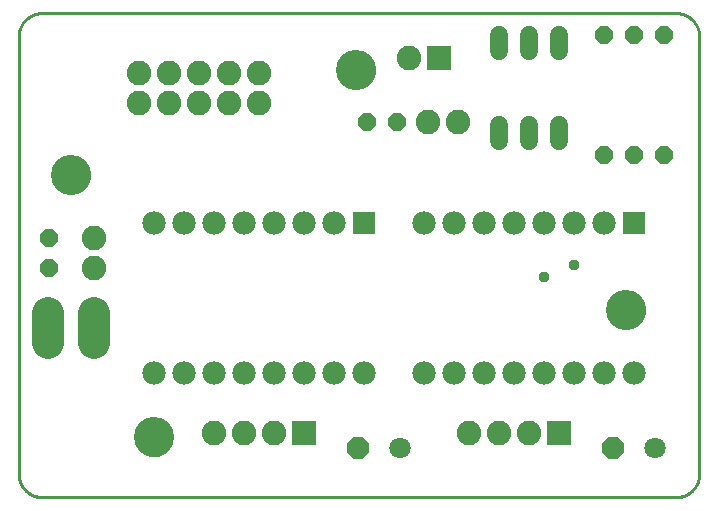
<source format=gbs>
G75*
%MOIN*%
%OFA0B0*%
%FSLAX25Y25*%
%IPPOS*%
%LPD*%
%AMOC8*
5,1,8,0,0,1.08239X$1,22.5*
%
%ADD10C,0.00000*%
%ADD11C,0.13398*%
%ADD12C,0.01000*%
%ADD13C,0.08200*%
%ADD14R,0.08200X0.08200*%
%ADD15C,0.10800*%
%ADD16OC8,0.06000*%
%ADD17R,0.07800X0.07800*%
%ADD18C,0.07800*%
%ADD19OC8,0.07100*%
%ADD20C,0.07100*%
%ADD21C,0.06000*%
%ADD22C,0.03778*%
D10*
X0043001Y0026800D02*
X0043003Y0026958D01*
X0043009Y0027116D01*
X0043019Y0027274D01*
X0043033Y0027432D01*
X0043051Y0027589D01*
X0043072Y0027746D01*
X0043098Y0027902D01*
X0043128Y0028058D01*
X0043161Y0028213D01*
X0043199Y0028366D01*
X0043240Y0028519D01*
X0043285Y0028671D01*
X0043334Y0028822D01*
X0043387Y0028971D01*
X0043443Y0029119D01*
X0043503Y0029265D01*
X0043567Y0029410D01*
X0043635Y0029553D01*
X0043706Y0029695D01*
X0043780Y0029835D01*
X0043858Y0029972D01*
X0043940Y0030108D01*
X0044024Y0030242D01*
X0044113Y0030373D01*
X0044204Y0030502D01*
X0044299Y0030629D01*
X0044396Y0030754D01*
X0044497Y0030876D01*
X0044601Y0030995D01*
X0044708Y0031112D01*
X0044818Y0031226D01*
X0044931Y0031337D01*
X0045046Y0031446D01*
X0045164Y0031551D01*
X0045285Y0031653D01*
X0045408Y0031753D01*
X0045534Y0031849D01*
X0045662Y0031942D01*
X0045792Y0032032D01*
X0045925Y0032118D01*
X0046060Y0032202D01*
X0046196Y0032281D01*
X0046335Y0032358D01*
X0046476Y0032430D01*
X0046618Y0032500D01*
X0046762Y0032565D01*
X0046908Y0032627D01*
X0047055Y0032685D01*
X0047204Y0032740D01*
X0047354Y0032791D01*
X0047505Y0032838D01*
X0047657Y0032881D01*
X0047810Y0032920D01*
X0047965Y0032956D01*
X0048120Y0032987D01*
X0048276Y0033015D01*
X0048432Y0033039D01*
X0048589Y0033059D01*
X0048747Y0033075D01*
X0048904Y0033087D01*
X0049063Y0033095D01*
X0049221Y0033099D01*
X0049379Y0033099D01*
X0049537Y0033095D01*
X0049696Y0033087D01*
X0049853Y0033075D01*
X0050011Y0033059D01*
X0050168Y0033039D01*
X0050324Y0033015D01*
X0050480Y0032987D01*
X0050635Y0032956D01*
X0050790Y0032920D01*
X0050943Y0032881D01*
X0051095Y0032838D01*
X0051246Y0032791D01*
X0051396Y0032740D01*
X0051545Y0032685D01*
X0051692Y0032627D01*
X0051838Y0032565D01*
X0051982Y0032500D01*
X0052124Y0032430D01*
X0052265Y0032358D01*
X0052404Y0032281D01*
X0052540Y0032202D01*
X0052675Y0032118D01*
X0052808Y0032032D01*
X0052938Y0031942D01*
X0053066Y0031849D01*
X0053192Y0031753D01*
X0053315Y0031653D01*
X0053436Y0031551D01*
X0053554Y0031446D01*
X0053669Y0031337D01*
X0053782Y0031226D01*
X0053892Y0031112D01*
X0053999Y0030995D01*
X0054103Y0030876D01*
X0054204Y0030754D01*
X0054301Y0030629D01*
X0054396Y0030502D01*
X0054487Y0030373D01*
X0054576Y0030242D01*
X0054660Y0030108D01*
X0054742Y0029972D01*
X0054820Y0029835D01*
X0054894Y0029695D01*
X0054965Y0029553D01*
X0055033Y0029410D01*
X0055097Y0029265D01*
X0055157Y0029119D01*
X0055213Y0028971D01*
X0055266Y0028822D01*
X0055315Y0028671D01*
X0055360Y0028519D01*
X0055401Y0028366D01*
X0055439Y0028213D01*
X0055472Y0028058D01*
X0055502Y0027902D01*
X0055528Y0027746D01*
X0055549Y0027589D01*
X0055567Y0027432D01*
X0055581Y0027274D01*
X0055591Y0027116D01*
X0055597Y0026958D01*
X0055599Y0026800D01*
X0055597Y0026642D01*
X0055591Y0026484D01*
X0055581Y0026326D01*
X0055567Y0026168D01*
X0055549Y0026011D01*
X0055528Y0025854D01*
X0055502Y0025698D01*
X0055472Y0025542D01*
X0055439Y0025387D01*
X0055401Y0025234D01*
X0055360Y0025081D01*
X0055315Y0024929D01*
X0055266Y0024778D01*
X0055213Y0024629D01*
X0055157Y0024481D01*
X0055097Y0024335D01*
X0055033Y0024190D01*
X0054965Y0024047D01*
X0054894Y0023905D01*
X0054820Y0023765D01*
X0054742Y0023628D01*
X0054660Y0023492D01*
X0054576Y0023358D01*
X0054487Y0023227D01*
X0054396Y0023098D01*
X0054301Y0022971D01*
X0054204Y0022846D01*
X0054103Y0022724D01*
X0053999Y0022605D01*
X0053892Y0022488D01*
X0053782Y0022374D01*
X0053669Y0022263D01*
X0053554Y0022154D01*
X0053436Y0022049D01*
X0053315Y0021947D01*
X0053192Y0021847D01*
X0053066Y0021751D01*
X0052938Y0021658D01*
X0052808Y0021568D01*
X0052675Y0021482D01*
X0052540Y0021398D01*
X0052404Y0021319D01*
X0052265Y0021242D01*
X0052124Y0021170D01*
X0051982Y0021100D01*
X0051838Y0021035D01*
X0051692Y0020973D01*
X0051545Y0020915D01*
X0051396Y0020860D01*
X0051246Y0020809D01*
X0051095Y0020762D01*
X0050943Y0020719D01*
X0050790Y0020680D01*
X0050635Y0020644D01*
X0050480Y0020613D01*
X0050324Y0020585D01*
X0050168Y0020561D01*
X0050011Y0020541D01*
X0049853Y0020525D01*
X0049696Y0020513D01*
X0049537Y0020505D01*
X0049379Y0020501D01*
X0049221Y0020501D01*
X0049063Y0020505D01*
X0048904Y0020513D01*
X0048747Y0020525D01*
X0048589Y0020541D01*
X0048432Y0020561D01*
X0048276Y0020585D01*
X0048120Y0020613D01*
X0047965Y0020644D01*
X0047810Y0020680D01*
X0047657Y0020719D01*
X0047505Y0020762D01*
X0047354Y0020809D01*
X0047204Y0020860D01*
X0047055Y0020915D01*
X0046908Y0020973D01*
X0046762Y0021035D01*
X0046618Y0021100D01*
X0046476Y0021170D01*
X0046335Y0021242D01*
X0046196Y0021319D01*
X0046060Y0021398D01*
X0045925Y0021482D01*
X0045792Y0021568D01*
X0045662Y0021658D01*
X0045534Y0021751D01*
X0045408Y0021847D01*
X0045285Y0021947D01*
X0045164Y0022049D01*
X0045046Y0022154D01*
X0044931Y0022263D01*
X0044818Y0022374D01*
X0044708Y0022488D01*
X0044601Y0022605D01*
X0044497Y0022724D01*
X0044396Y0022846D01*
X0044299Y0022971D01*
X0044204Y0023098D01*
X0044113Y0023227D01*
X0044024Y0023358D01*
X0043940Y0023492D01*
X0043858Y0023628D01*
X0043780Y0023765D01*
X0043706Y0023905D01*
X0043635Y0024047D01*
X0043567Y0024190D01*
X0043503Y0024335D01*
X0043443Y0024481D01*
X0043387Y0024629D01*
X0043334Y0024778D01*
X0043285Y0024929D01*
X0043240Y0025081D01*
X0043199Y0025234D01*
X0043161Y0025387D01*
X0043128Y0025542D01*
X0043098Y0025698D01*
X0043072Y0025854D01*
X0043051Y0026011D01*
X0043033Y0026168D01*
X0043019Y0026326D01*
X0043009Y0026484D01*
X0043003Y0026642D01*
X0043001Y0026800D01*
X0015481Y0114280D02*
X0015483Y0114438D01*
X0015489Y0114596D01*
X0015499Y0114754D01*
X0015513Y0114912D01*
X0015531Y0115069D01*
X0015552Y0115226D01*
X0015578Y0115382D01*
X0015608Y0115538D01*
X0015641Y0115693D01*
X0015679Y0115846D01*
X0015720Y0115999D01*
X0015765Y0116151D01*
X0015814Y0116302D01*
X0015867Y0116451D01*
X0015923Y0116599D01*
X0015983Y0116745D01*
X0016047Y0116890D01*
X0016115Y0117033D01*
X0016186Y0117175D01*
X0016260Y0117315D01*
X0016338Y0117452D01*
X0016420Y0117588D01*
X0016504Y0117722D01*
X0016593Y0117853D01*
X0016684Y0117982D01*
X0016779Y0118109D01*
X0016876Y0118234D01*
X0016977Y0118356D01*
X0017081Y0118475D01*
X0017188Y0118592D01*
X0017298Y0118706D01*
X0017411Y0118817D01*
X0017526Y0118926D01*
X0017644Y0119031D01*
X0017765Y0119133D01*
X0017888Y0119233D01*
X0018014Y0119329D01*
X0018142Y0119422D01*
X0018272Y0119512D01*
X0018405Y0119598D01*
X0018540Y0119682D01*
X0018676Y0119761D01*
X0018815Y0119838D01*
X0018956Y0119910D01*
X0019098Y0119980D01*
X0019242Y0120045D01*
X0019388Y0120107D01*
X0019535Y0120165D01*
X0019684Y0120220D01*
X0019834Y0120271D01*
X0019985Y0120318D01*
X0020137Y0120361D01*
X0020290Y0120400D01*
X0020445Y0120436D01*
X0020600Y0120467D01*
X0020756Y0120495D01*
X0020912Y0120519D01*
X0021069Y0120539D01*
X0021227Y0120555D01*
X0021384Y0120567D01*
X0021543Y0120575D01*
X0021701Y0120579D01*
X0021859Y0120579D01*
X0022017Y0120575D01*
X0022176Y0120567D01*
X0022333Y0120555D01*
X0022491Y0120539D01*
X0022648Y0120519D01*
X0022804Y0120495D01*
X0022960Y0120467D01*
X0023115Y0120436D01*
X0023270Y0120400D01*
X0023423Y0120361D01*
X0023575Y0120318D01*
X0023726Y0120271D01*
X0023876Y0120220D01*
X0024025Y0120165D01*
X0024172Y0120107D01*
X0024318Y0120045D01*
X0024462Y0119980D01*
X0024604Y0119910D01*
X0024745Y0119838D01*
X0024884Y0119761D01*
X0025020Y0119682D01*
X0025155Y0119598D01*
X0025288Y0119512D01*
X0025418Y0119422D01*
X0025546Y0119329D01*
X0025672Y0119233D01*
X0025795Y0119133D01*
X0025916Y0119031D01*
X0026034Y0118926D01*
X0026149Y0118817D01*
X0026262Y0118706D01*
X0026372Y0118592D01*
X0026479Y0118475D01*
X0026583Y0118356D01*
X0026684Y0118234D01*
X0026781Y0118109D01*
X0026876Y0117982D01*
X0026967Y0117853D01*
X0027056Y0117722D01*
X0027140Y0117588D01*
X0027222Y0117452D01*
X0027300Y0117315D01*
X0027374Y0117175D01*
X0027445Y0117033D01*
X0027513Y0116890D01*
X0027577Y0116745D01*
X0027637Y0116599D01*
X0027693Y0116451D01*
X0027746Y0116302D01*
X0027795Y0116151D01*
X0027840Y0115999D01*
X0027881Y0115846D01*
X0027919Y0115693D01*
X0027952Y0115538D01*
X0027982Y0115382D01*
X0028008Y0115226D01*
X0028029Y0115069D01*
X0028047Y0114912D01*
X0028061Y0114754D01*
X0028071Y0114596D01*
X0028077Y0114438D01*
X0028079Y0114280D01*
X0028077Y0114122D01*
X0028071Y0113964D01*
X0028061Y0113806D01*
X0028047Y0113648D01*
X0028029Y0113491D01*
X0028008Y0113334D01*
X0027982Y0113178D01*
X0027952Y0113022D01*
X0027919Y0112867D01*
X0027881Y0112714D01*
X0027840Y0112561D01*
X0027795Y0112409D01*
X0027746Y0112258D01*
X0027693Y0112109D01*
X0027637Y0111961D01*
X0027577Y0111815D01*
X0027513Y0111670D01*
X0027445Y0111527D01*
X0027374Y0111385D01*
X0027300Y0111245D01*
X0027222Y0111108D01*
X0027140Y0110972D01*
X0027056Y0110838D01*
X0026967Y0110707D01*
X0026876Y0110578D01*
X0026781Y0110451D01*
X0026684Y0110326D01*
X0026583Y0110204D01*
X0026479Y0110085D01*
X0026372Y0109968D01*
X0026262Y0109854D01*
X0026149Y0109743D01*
X0026034Y0109634D01*
X0025916Y0109529D01*
X0025795Y0109427D01*
X0025672Y0109327D01*
X0025546Y0109231D01*
X0025418Y0109138D01*
X0025288Y0109048D01*
X0025155Y0108962D01*
X0025020Y0108878D01*
X0024884Y0108799D01*
X0024745Y0108722D01*
X0024604Y0108650D01*
X0024462Y0108580D01*
X0024318Y0108515D01*
X0024172Y0108453D01*
X0024025Y0108395D01*
X0023876Y0108340D01*
X0023726Y0108289D01*
X0023575Y0108242D01*
X0023423Y0108199D01*
X0023270Y0108160D01*
X0023115Y0108124D01*
X0022960Y0108093D01*
X0022804Y0108065D01*
X0022648Y0108041D01*
X0022491Y0108021D01*
X0022333Y0108005D01*
X0022176Y0107993D01*
X0022017Y0107985D01*
X0021859Y0107981D01*
X0021701Y0107981D01*
X0021543Y0107985D01*
X0021384Y0107993D01*
X0021227Y0108005D01*
X0021069Y0108021D01*
X0020912Y0108041D01*
X0020756Y0108065D01*
X0020600Y0108093D01*
X0020445Y0108124D01*
X0020290Y0108160D01*
X0020137Y0108199D01*
X0019985Y0108242D01*
X0019834Y0108289D01*
X0019684Y0108340D01*
X0019535Y0108395D01*
X0019388Y0108453D01*
X0019242Y0108515D01*
X0019098Y0108580D01*
X0018956Y0108650D01*
X0018815Y0108722D01*
X0018676Y0108799D01*
X0018540Y0108878D01*
X0018405Y0108962D01*
X0018272Y0109048D01*
X0018142Y0109138D01*
X0018014Y0109231D01*
X0017888Y0109327D01*
X0017765Y0109427D01*
X0017644Y0109529D01*
X0017526Y0109634D01*
X0017411Y0109743D01*
X0017298Y0109854D01*
X0017188Y0109968D01*
X0017081Y0110085D01*
X0016977Y0110204D01*
X0016876Y0110326D01*
X0016779Y0110451D01*
X0016684Y0110578D01*
X0016593Y0110707D01*
X0016504Y0110838D01*
X0016420Y0110972D01*
X0016338Y0111108D01*
X0016260Y0111245D01*
X0016186Y0111385D01*
X0016115Y0111527D01*
X0016047Y0111670D01*
X0015983Y0111815D01*
X0015923Y0111961D01*
X0015867Y0112109D01*
X0015814Y0112258D01*
X0015765Y0112409D01*
X0015720Y0112561D01*
X0015679Y0112714D01*
X0015641Y0112867D01*
X0015608Y0113022D01*
X0015578Y0113178D01*
X0015552Y0113334D01*
X0015531Y0113491D01*
X0015513Y0113648D01*
X0015499Y0113806D01*
X0015489Y0113964D01*
X0015483Y0114122D01*
X0015481Y0114280D01*
X0110481Y0149280D02*
X0110483Y0149438D01*
X0110489Y0149596D01*
X0110499Y0149754D01*
X0110513Y0149912D01*
X0110531Y0150069D01*
X0110552Y0150226D01*
X0110578Y0150382D01*
X0110608Y0150538D01*
X0110641Y0150693D01*
X0110679Y0150846D01*
X0110720Y0150999D01*
X0110765Y0151151D01*
X0110814Y0151302D01*
X0110867Y0151451D01*
X0110923Y0151599D01*
X0110983Y0151745D01*
X0111047Y0151890D01*
X0111115Y0152033D01*
X0111186Y0152175D01*
X0111260Y0152315D01*
X0111338Y0152452D01*
X0111420Y0152588D01*
X0111504Y0152722D01*
X0111593Y0152853D01*
X0111684Y0152982D01*
X0111779Y0153109D01*
X0111876Y0153234D01*
X0111977Y0153356D01*
X0112081Y0153475D01*
X0112188Y0153592D01*
X0112298Y0153706D01*
X0112411Y0153817D01*
X0112526Y0153926D01*
X0112644Y0154031D01*
X0112765Y0154133D01*
X0112888Y0154233D01*
X0113014Y0154329D01*
X0113142Y0154422D01*
X0113272Y0154512D01*
X0113405Y0154598D01*
X0113540Y0154682D01*
X0113676Y0154761D01*
X0113815Y0154838D01*
X0113956Y0154910D01*
X0114098Y0154980D01*
X0114242Y0155045D01*
X0114388Y0155107D01*
X0114535Y0155165D01*
X0114684Y0155220D01*
X0114834Y0155271D01*
X0114985Y0155318D01*
X0115137Y0155361D01*
X0115290Y0155400D01*
X0115445Y0155436D01*
X0115600Y0155467D01*
X0115756Y0155495D01*
X0115912Y0155519D01*
X0116069Y0155539D01*
X0116227Y0155555D01*
X0116384Y0155567D01*
X0116543Y0155575D01*
X0116701Y0155579D01*
X0116859Y0155579D01*
X0117017Y0155575D01*
X0117176Y0155567D01*
X0117333Y0155555D01*
X0117491Y0155539D01*
X0117648Y0155519D01*
X0117804Y0155495D01*
X0117960Y0155467D01*
X0118115Y0155436D01*
X0118270Y0155400D01*
X0118423Y0155361D01*
X0118575Y0155318D01*
X0118726Y0155271D01*
X0118876Y0155220D01*
X0119025Y0155165D01*
X0119172Y0155107D01*
X0119318Y0155045D01*
X0119462Y0154980D01*
X0119604Y0154910D01*
X0119745Y0154838D01*
X0119884Y0154761D01*
X0120020Y0154682D01*
X0120155Y0154598D01*
X0120288Y0154512D01*
X0120418Y0154422D01*
X0120546Y0154329D01*
X0120672Y0154233D01*
X0120795Y0154133D01*
X0120916Y0154031D01*
X0121034Y0153926D01*
X0121149Y0153817D01*
X0121262Y0153706D01*
X0121372Y0153592D01*
X0121479Y0153475D01*
X0121583Y0153356D01*
X0121684Y0153234D01*
X0121781Y0153109D01*
X0121876Y0152982D01*
X0121967Y0152853D01*
X0122056Y0152722D01*
X0122140Y0152588D01*
X0122222Y0152452D01*
X0122300Y0152315D01*
X0122374Y0152175D01*
X0122445Y0152033D01*
X0122513Y0151890D01*
X0122577Y0151745D01*
X0122637Y0151599D01*
X0122693Y0151451D01*
X0122746Y0151302D01*
X0122795Y0151151D01*
X0122840Y0150999D01*
X0122881Y0150846D01*
X0122919Y0150693D01*
X0122952Y0150538D01*
X0122982Y0150382D01*
X0123008Y0150226D01*
X0123029Y0150069D01*
X0123047Y0149912D01*
X0123061Y0149754D01*
X0123071Y0149596D01*
X0123077Y0149438D01*
X0123079Y0149280D01*
X0123077Y0149122D01*
X0123071Y0148964D01*
X0123061Y0148806D01*
X0123047Y0148648D01*
X0123029Y0148491D01*
X0123008Y0148334D01*
X0122982Y0148178D01*
X0122952Y0148022D01*
X0122919Y0147867D01*
X0122881Y0147714D01*
X0122840Y0147561D01*
X0122795Y0147409D01*
X0122746Y0147258D01*
X0122693Y0147109D01*
X0122637Y0146961D01*
X0122577Y0146815D01*
X0122513Y0146670D01*
X0122445Y0146527D01*
X0122374Y0146385D01*
X0122300Y0146245D01*
X0122222Y0146108D01*
X0122140Y0145972D01*
X0122056Y0145838D01*
X0121967Y0145707D01*
X0121876Y0145578D01*
X0121781Y0145451D01*
X0121684Y0145326D01*
X0121583Y0145204D01*
X0121479Y0145085D01*
X0121372Y0144968D01*
X0121262Y0144854D01*
X0121149Y0144743D01*
X0121034Y0144634D01*
X0120916Y0144529D01*
X0120795Y0144427D01*
X0120672Y0144327D01*
X0120546Y0144231D01*
X0120418Y0144138D01*
X0120288Y0144048D01*
X0120155Y0143962D01*
X0120020Y0143878D01*
X0119884Y0143799D01*
X0119745Y0143722D01*
X0119604Y0143650D01*
X0119462Y0143580D01*
X0119318Y0143515D01*
X0119172Y0143453D01*
X0119025Y0143395D01*
X0118876Y0143340D01*
X0118726Y0143289D01*
X0118575Y0143242D01*
X0118423Y0143199D01*
X0118270Y0143160D01*
X0118115Y0143124D01*
X0117960Y0143093D01*
X0117804Y0143065D01*
X0117648Y0143041D01*
X0117491Y0143021D01*
X0117333Y0143005D01*
X0117176Y0142993D01*
X0117017Y0142985D01*
X0116859Y0142981D01*
X0116701Y0142981D01*
X0116543Y0142985D01*
X0116384Y0142993D01*
X0116227Y0143005D01*
X0116069Y0143021D01*
X0115912Y0143041D01*
X0115756Y0143065D01*
X0115600Y0143093D01*
X0115445Y0143124D01*
X0115290Y0143160D01*
X0115137Y0143199D01*
X0114985Y0143242D01*
X0114834Y0143289D01*
X0114684Y0143340D01*
X0114535Y0143395D01*
X0114388Y0143453D01*
X0114242Y0143515D01*
X0114098Y0143580D01*
X0113956Y0143650D01*
X0113815Y0143722D01*
X0113676Y0143799D01*
X0113540Y0143878D01*
X0113405Y0143962D01*
X0113272Y0144048D01*
X0113142Y0144138D01*
X0113014Y0144231D01*
X0112888Y0144327D01*
X0112765Y0144427D01*
X0112644Y0144529D01*
X0112526Y0144634D01*
X0112411Y0144743D01*
X0112298Y0144854D01*
X0112188Y0144968D01*
X0112081Y0145085D01*
X0111977Y0145204D01*
X0111876Y0145326D01*
X0111779Y0145451D01*
X0111684Y0145578D01*
X0111593Y0145707D01*
X0111504Y0145838D01*
X0111420Y0145972D01*
X0111338Y0146108D01*
X0111260Y0146245D01*
X0111186Y0146385D01*
X0111115Y0146527D01*
X0111047Y0146670D01*
X0110983Y0146815D01*
X0110923Y0146961D01*
X0110867Y0147109D01*
X0110814Y0147258D01*
X0110765Y0147409D01*
X0110720Y0147561D01*
X0110679Y0147714D01*
X0110641Y0147867D01*
X0110608Y0148022D01*
X0110578Y0148178D01*
X0110552Y0148334D01*
X0110531Y0148491D01*
X0110513Y0148648D01*
X0110499Y0148806D01*
X0110489Y0148964D01*
X0110483Y0149122D01*
X0110481Y0149280D01*
X0200481Y0069280D02*
X0200483Y0069438D01*
X0200489Y0069596D01*
X0200499Y0069754D01*
X0200513Y0069912D01*
X0200531Y0070069D01*
X0200552Y0070226D01*
X0200578Y0070382D01*
X0200608Y0070538D01*
X0200641Y0070693D01*
X0200679Y0070846D01*
X0200720Y0070999D01*
X0200765Y0071151D01*
X0200814Y0071302D01*
X0200867Y0071451D01*
X0200923Y0071599D01*
X0200983Y0071745D01*
X0201047Y0071890D01*
X0201115Y0072033D01*
X0201186Y0072175D01*
X0201260Y0072315D01*
X0201338Y0072452D01*
X0201420Y0072588D01*
X0201504Y0072722D01*
X0201593Y0072853D01*
X0201684Y0072982D01*
X0201779Y0073109D01*
X0201876Y0073234D01*
X0201977Y0073356D01*
X0202081Y0073475D01*
X0202188Y0073592D01*
X0202298Y0073706D01*
X0202411Y0073817D01*
X0202526Y0073926D01*
X0202644Y0074031D01*
X0202765Y0074133D01*
X0202888Y0074233D01*
X0203014Y0074329D01*
X0203142Y0074422D01*
X0203272Y0074512D01*
X0203405Y0074598D01*
X0203540Y0074682D01*
X0203676Y0074761D01*
X0203815Y0074838D01*
X0203956Y0074910D01*
X0204098Y0074980D01*
X0204242Y0075045D01*
X0204388Y0075107D01*
X0204535Y0075165D01*
X0204684Y0075220D01*
X0204834Y0075271D01*
X0204985Y0075318D01*
X0205137Y0075361D01*
X0205290Y0075400D01*
X0205445Y0075436D01*
X0205600Y0075467D01*
X0205756Y0075495D01*
X0205912Y0075519D01*
X0206069Y0075539D01*
X0206227Y0075555D01*
X0206384Y0075567D01*
X0206543Y0075575D01*
X0206701Y0075579D01*
X0206859Y0075579D01*
X0207017Y0075575D01*
X0207176Y0075567D01*
X0207333Y0075555D01*
X0207491Y0075539D01*
X0207648Y0075519D01*
X0207804Y0075495D01*
X0207960Y0075467D01*
X0208115Y0075436D01*
X0208270Y0075400D01*
X0208423Y0075361D01*
X0208575Y0075318D01*
X0208726Y0075271D01*
X0208876Y0075220D01*
X0209025Y0075165D01*
X0209172Y0075107D01*
X0209318Y0075045D01*
X0209462Y0074980D01*
X0209604Y0074910D01*
X0209745Y0074838D01*
X0209884Y0074761D01*
X0210020Y0074682D01*
X0210155Y0074598D01*
X0210288Y0074512D01*
X0210418Y0074422D01*
X0210546Y0074329D01*
X0210672Y0074233D01*
X0210795Y0074133D01*
X0210916Y0074031D01*
X0211034Y0073926D01*
X0211149Y0073817D01*
X0211262Y0073706D01*
X0211372Y0073592D01*
X0211479Y0073475D01*
X0211583Y0073356D01*
X0211684Y0073234D01*
X0211781Y0073109D01*
X0211876Y0072982D01*
X0211967Y0072853D01*
X0212056Y0072722D01*
X0212140Y0072588D01*
X0212222Y0072452D01*
X0212300Y0072315D01*
X0212374Y0072175D01*
X0212445Y0072033D01*
X0212513Y0071890D01*
X0212577Y0071745D01*
X0212637Y0071599D01*
X0212693Y0071451D01*
X0212746Y0071302D01*
X0212795Y0071151D01*
X0212840Y0070999D01*
X0212881Y0070846D01*
X0212919Y0070693D01*
X0212952Y0070538D01*
X0212982Y0070382D01*
X0213008Y0070226D01*
X0213029Y0070069D01*
X0213047Y0069912D01*
X0213061Y0069754D01*
X0213071Y0069596D01*
X0213077Y0069438D01*
X0213079Y0069280D01*
X0213077Y0069122D01*
X0213071Y0068964D01*
X0213061Y0068806D01*
X0213047Y0068648D01*
X0213029Y0068491D01*
X0213008Y0068334D01*
X0212982Y0068178D01*
X0212952Y0068022D01*
X0212919Y0067867D01*
X0212881Y0067714D01*
X0212840Y0067561D01*
X0212795Y0067409D01*
X0212746Y0067258D01*
X0212693Y0067109D01*
X0212637Y0066961D01*
X0212577Y0066815D01*
X0212513Y0066670D01*
X0212445Y0066527D01*
X0212374Y0066385D01*
X0212300Y0066245D01*
X0212222Y0066108D01*
X0212140Y0065972D01*
X0212056Y0065838D01*
X0211967Y0065707D01*
X0211876Y0065578D01*
X0211781Y0065451D01*
X0211684Y0065326D01*
X0211583Y0065204D01*
X0211479Y0065085D01*
X0211372Y0064968D01*
X0211262Y0064854D01*
X0211149Y0064743D01*
X0211034Y0064634D01*
X0210916Y0064529D01*
X0210795Y0064427D01*
X0210672Y0064327D01*
X0210546Y0064231D01*
X0210418Y0064138D01*
X0210288Y0064048D01*
X0210155Y0063962D01*
X0210020Y0063878D01*
X0209884Y0063799D01*
X0209745Y0063722D01*
X0209604Y0063650D01*
X0209462Y0063580D01*
X0209318Y0063515D01*
X0209172Y0063453D01*
X0209025Y0063395D01*
X0208876Y0063340D01*
X0208726Y0063289D01*
X0208575Y0063242D01*
X0208423Y0063199D01*
X0208270Y0063160D01*
X0208115Y0063124D01*
X0207960Y0063093D01*
X0207804Y0063065D01*
X0207648Y0063041D01*
X0207491Y0063021D01*
X0207333Y0063005D01*
X0207176Y0062993D01*
X0207017Y0062985D01*
X0206859Y0062981D01*
X0206701Y0062981D01*
X0206543Y0062985D01*
X0206384Y0062993D01*
X0206227Y0063005D01*
X0206069Y0063021D01*
X0205912Y0063041D01*
X0205756Y0063065D01*
X0205600Y0063093D01*
X0205445Y0063124D01*
X0205290Y0063160D01*
X0205137Y0063199D01*
X0204985Y0063242D01*
X0204834Y0063289D01*
X0204684Y0063340D01*
X0204535Y0063395D01*
X0204388Y0063453D01*
X0204242Y0063515D01*
X0204098Y0063580D01*
X0203956Y0063650D01*
X0203815Y0063722D01*
X0203676Y0063799D01*
X0203540Y0063878D01*
X0203405Y0063962D01*
X0203272Y0064048D01*
X0203142Y0064138D01*
X0203014Y0064231D01*
X0202888Y0064327D01*
X0202765Y0064427D01*
X0202644Y0064529D01*
X0202526Y0064634D01*
X0202411Y0064743D01*
X0202298Y0064854D01*
X0202188Y0064968D01*
X0202081Y0065085D01*
X0201977Y0065204D01*
X0201876Y0065326D01*
X0201779Y0065451D01*
X0201684Y0065578D01*
X0201593Y0065707D01*
X0201504Y0065838D01*
X0201420Y0065972D01*
X0201338Y0066108D01*
X0201260Y0066245D01*
X0201186Y0066385D01*
X0201115Y0066527D01*
X0201047Y0066670D01*
X0200983Y0066815D01*
X0200923Y0066961D01*
X0200867Y0067109D01*
X0200814Y0067258D01*
X0200765Y0067409D01*
X0200720Y0067561D01*
X0200679Y0067714D01*
X0200641Y0067867D01*
X0200608Y0068022D01*
X0200578Y0068178D01*
X0200552Y0068334D01*
X0200531Y0068491D01*
X0200513Y0068648D01*
X0200499Y0068806D01*
X0200489Y0068964D01*
X0200483Y0069122D01*
X0200481Y0069280D01*
D11*
X0206780Y0069280D03*
X0116780Y0149280D03*
X0021780Y0114280D03*
X0049300Y0026800D03*
D12*
X0012174Y0006800D02*
X0223335Y0006800D01*
X0223525Y0006802D01*
X0223715Y0006809D01*
X0223905Y0006821D01*
X0224095Y0006837D01*
X0224284Y0006857D01*
X0224473Y0006883D01*
X0224661Y0006912D01*
X0224848Y0006947D01*
X0225034Y0006986D01*
X0225219Y0007029D01*
X0225404Y0007077D01*
X0225587Y0007129D01*
X0225768Y0007185D01*
X0225948Y0007246D01*
X0226127Y0007312D01*
X0226304Y0007381D01*
X0226480Y0007455D01*
X0226653Y0007533D01*
X0226825Y0007616D01*
X0226994Y0007702D01*
X0227162Y0007792D01*
X0227327Y0007887D01*
X0227490Y0007985D01*
X0227650Y0008088D01*
X0227808Y0008194D01*
X0227963Y0008304D01*
X0228116Y0008417D01*
X0228266Y0008535D01*
X0228412Y0008656D01*
X0228556Y0008780D01*
X0228697Y0008908D01*
X0228835Y0009039D01*
X0228970Y0009174D01*
X0229101Y0009312D01*
X0229229Y0009453D01*
X0229353Y0009597D01*
X0229474Y0009743D01*
X0229592Y0009893D01*
X0229705Y0010046D01*
X0229815Y0010201D01*
X0229921Y0010359D01*
X0230024Y0010519D01*
X0230122Y0010682D01*
X0230217Y0010847D01*
X0230307Y0011015D01*
X0230393Y0011184D01*
X0230476Y0011356D01*
X0230554Y0011529D01*
X0230628Y0011705D01*
X0230697Y0011882D01*
X0230763Y0012061D01*
X0230824Y0012241D01*
X0230880Y0012422D01*
X0230932Y0012605D01*
X0230980Y0012790D01*
X0231023Y0012975D01*
X0231062Y0013161D01*
X0231097Y0013348D01*
X0231126Y0013536D01*
X0231152Y0013725D01*
X0231172Y0013914D01*
X0231188Y0014104D01*
X0231200Y0014294D01*
X0231207Y0014484D01*
X0231209Y0014674D01*
X0231209Y0160343D01*
X0231207Y0160533D01*
X0231200Y0160723D01*
X0231188Y0160913D01*
X0231172Y0161103D01*
X0231152Y0161292D01*
X0231126Y0161481D01*
X0231097Y0161669D01*
X0231062Y0161856D01*
X0231023Y0162042D01*
X0230980Y0162227D01*
X0230932Y0162412D01*
X0230880Y0162595D01*
X0230824Y0162776D01*
X0230763Y0162956D01*
X0230697Y0163135D01*
X0230628Y0163312D01*
X0230554Y0163488D01*
X0230476Y0163661D01*
X0230393Y0163833D01*
X0230307Y0164002D01*
X0230217Y0164170D01*
X0230122Y0164335D01*
X0230024Y0164498D01*
X0229921Y0164658D01*
X0229815Y0164816D01*
X0229705Y0164971D01*
X0229592Y0165124D01*
X0229474Y0165274D01*
X0229353Y0165420D01*
X0229229Y0165564D01*
X0229101Y0165705D01*
X0228970Y0165843D01*
X0228835Y0165978D01*
X0228697Y0166109D01*
X0228556Y0166237D01*
X0228412Y0166361D01*
X0228266Y0166482D01*
X0228116Y0166600D01*
X0227963Y0166713D01*
X0227808Y0166823D01*
X0227650Y0166929D01*
X0227490Y0167032D01*
X0227327Y0167130D01*
X0227162Y0167225D01*
X0226994Y0167315D01*
X0226825Y0167401D01*
X0226653Y0167484D01*
X0226480Y0167562D01*
X0226304Y0167636D01*
X0226127Y0167705D01*
X0225948Y0167771D01*
X0225768Y0167832D01*
X0225587Y0167888D01*
X0225404Y0167940D01*
X0225219Y0167988D01*
X0225034Y0168031D01*
X0224848Y0168070D01*
X0224661Y0168105D01*
X0224473Y0168134D01*
X0224284Y0168160D01*
X0224095Y0168180D01*
X0223905Y0168196D01*
X0223715Y0168208D01*
X0223525Y0168215D01*
X0223335Y0168217D01*
X0012174Y0168217D01*
X0011984Y0168215D01*
X0011794Y0168208D01*
X0011604Y0168196D01*
X0011414Y0168180D01*
X0011225Y0168160D01*
X0011036Y0168134D01*
X0010848Y0168105D01*
X0010661Y0168070D01*
X0010475Y0168031D01*
X0010290Y0167988D01*
X0010105Y0167940D01*
X0009922Y0167888D01*
X0009741Y0167832D01*
X0009561Y0167771D01*
X0009382Y0167705D01*
X0009205Y0167636D01*
X0009029Y0167562D01*
X0008856Y0167484D01*
X0008684Y0167401D01*
X0008515Y0167315D01*
X0008347Y0167225D01*
X0008182Y0167130D01*
X0008019Y0167032D01*
X0007859Y0166929D01*
X0007701Y0166823D01*
X0007546Y0166713D01*
X0007393Y0166600D01*
X0007243Y0166482D01*
X0007097Y0166361D01*
X0006953Y0166237D01*
X0006812Y0166109D01*
X0006674Y0165978D01*
X0006539Y0165843D01*
X0006408Y0165705D01*
X0006280Y0165564D01*
X0006156Y0165420D01*
X0006035Y0165274D01*
X0005917Y0165124D01*
X0005804Y0164971D01*
X0005694Y0164816D01*
X0005588Y0164658D01*
X0005485Y0164498D01*
X0005387Y0164335D01*
X0005292Y0164170D01*
X0005202Y0164002D01*
X0005116Y0163833D01*
X0005033Y0163661D01*
X0004955Y0163488D01*
X0004881Y0163312D01*
X0004812Y0163135D01*
X0004746Y0162956D01*
X0004685Y0162776D01*
X0004629Y0162595D01*
X0004577Y0162412D01*
X0004529Y0162227D01*
X0004486Y0162042D01*
X0004447Y0161856D01*
X0004412Y0161669D01*
X0004383Y0161481D01*
X0004357Y0161292D01*
X0004337Y0161103D01*
X0004321Y0160913D01*
X0004309Y0160723D01*
X0004302Y0160533D01*
X0004300Y0160343D01*
X0004300Y0014674D01*
X0004302Y0014484D01*
X0004309Y0014294D01*
X0004321Y0014104D01*
X0004337Y0013914D01*
X0004357Y0013725D01*
X0004383Y0013536D01*
X0004412Y0013348D01*
X0004447Y0013161D01*
X0004486Y0012975D01*
X0004529Y0012790D01*
X0004577Y0012605D01*
X0004629Y0012422D01*
X0004685Y0012241D01*
X0004746Y0012061D01*
X0004812Y0011882D01*
X0004881Y0011705D01*
X0004955Y0011529D01*
X0005033Y0011356D01*
X0005116Y0011184D01*
X0005202Y0011015D01*
X0005292Y0010847D01*
X0005387Y0010682D01*
X0005485Y0010519D01*
X0005588Y0010359D01*
X0005694Y0010201D01*
X0005804Y0010046D01*
X0005917Y0009893D01*
X0006035Y0009743D01*
X0006156Y0009597D01*
X0006280Y0009453D01*
X0006408Y0009312D01*
X0006539Y0009174D01*
X0006674Y0009039D01*
X0006812Y0008908D01*
X0006953Y0008780D01*
X0007097Y0008656D01*
X0007243Y0008535D01*
X0007393Y0008417D01*
X0007546Y0008304D01*
X0007701Y0008194D01*
X0007859Y0008088D01*
X0008019Y0007985D01*
X0008182Y0007887D01*
X0008347Y0007792D01*
X0008515Y0007702D01*
X0008684Y0007616D01*
X0008856Y0007533D01*
X0009029Y0007455D01*
X0009205Y0007381D01*
X0009382Y0007312D01*
X0009561Y0007246D01*
X0009741Y0007185D01*
X0009922Y0007129D01*
X0010105Y0007077D01*
X0010290Y0007029D01*
X0010475Y0006986D01*
X0010661Y0006947D01*
X0010848Y0006912D01*
X0011036Y0006883D01*
X0011225Y0006857D01*
X0011414Y0006837D01*
X0011604Y0006821D01*
X0011794Y0006809D01*
X0011984Y0006802D01*
X0012174Y0006800D01*
D13*
X0069300Y0028300D03*
X0079300Y0028300D03*
X0089300Y0028300D03*
X0154300Y0028300D03*
X0164300Y0028300D03*
X0174300Y0028300D03*
X0150800Y0131800D03*
X0140800Y0131800D03*
X0134300Y0153300D03*
X0084300Y0148300D03*
X0074300Y0148300D03*
X0064300Y0148300D03*
X0054300Y0148300D03*
X0044300Y0148300D03*
X0044300Y0138300D03*
X0054300Y0138300D03*
X0064300Y0138300D03*
X0074300Y0138300D03*
X0084300Y0138300D03*
X0029300Y0093300D03*
X0029300Y0083300D03*
D14*
X0099300Y0028300D03*
X0184300Y0028300D03*
X0144300Y0153300D03*
D15*
X0029595Y0068300D02*
X0029595Y0058300D01*
X0014005Y0058300D02*
X0014005Y0068300D01*
D16*
X0014300Y0083300D03*
X0014300Y0093300D03*
X0120300Y0131800D03*
X0130300Y0131800D03*
X0199300Y0120800D03*
X0209300Y0120800D03*
X0219300Y0120800D03*
X0219300Y0160800D03*
X0209300Y0160800D03*
X0199300Y0160800D03*
D17*
X0209300Y0098300D03*
X0119300Y0098300D03*
D18*
X0109300Y0098300D03*
X0099300Y0098300D03*
X0089300Y0098300D03*
X0079300Y0098300D03*
X0069300Y0098300D03*
X0059300Y0098300D03*
X0049300Y0098300D03*
X0049300Y0048300D03*
X0059300Y0048300D03*
X0069300Y0048300D03*
X0079300Y0048300D03*
X0089300Y0048300D03*
X0099300Y0048300D03*
X0109300Y0048300D03*
X0119300Y0048300D03*
X0139300Y0048300D03*
X0149300Y0048300D03*
X0159300Y0048300D03*
X0169300Y0048300D03*
X0179300Y0048300D03*
X0189300Y0048300D03*
X0199300Y0048300D03*
X0209300Y0048300D03*
X0199300Y0098300D03*
X0189300Y0098300D03*
X0179300Y0098300D03*
X0169300Y0098300D03*
X0159300Y0098300D03*
X0149300Y0098300D03*
X0139300Y0098300D03*
D19*
X0117300Y0023300D03*
X0202300Y0023300D03*
D20*
X0216300Y0023300D03*
X0131300Y0023300D03*
D21*
X0164300Y0125700D02*
X0164300Y0130900D01*
X0174300Y0130900D02*
X0174300Y0125700D01*
X0184300Y0125700D02*
X0184300Y0130900D01*
X0184300Y0155700D02*
X0184300Y0160900D01*
X0174300Y0160900D02*
X0174300Y0155700D01*
X0164300Y0155700D02*
X0164300Y0160900D01*
D22*
X0189300Y0084300D03*
X0179300Y0080300D03*
M02*

</source>
